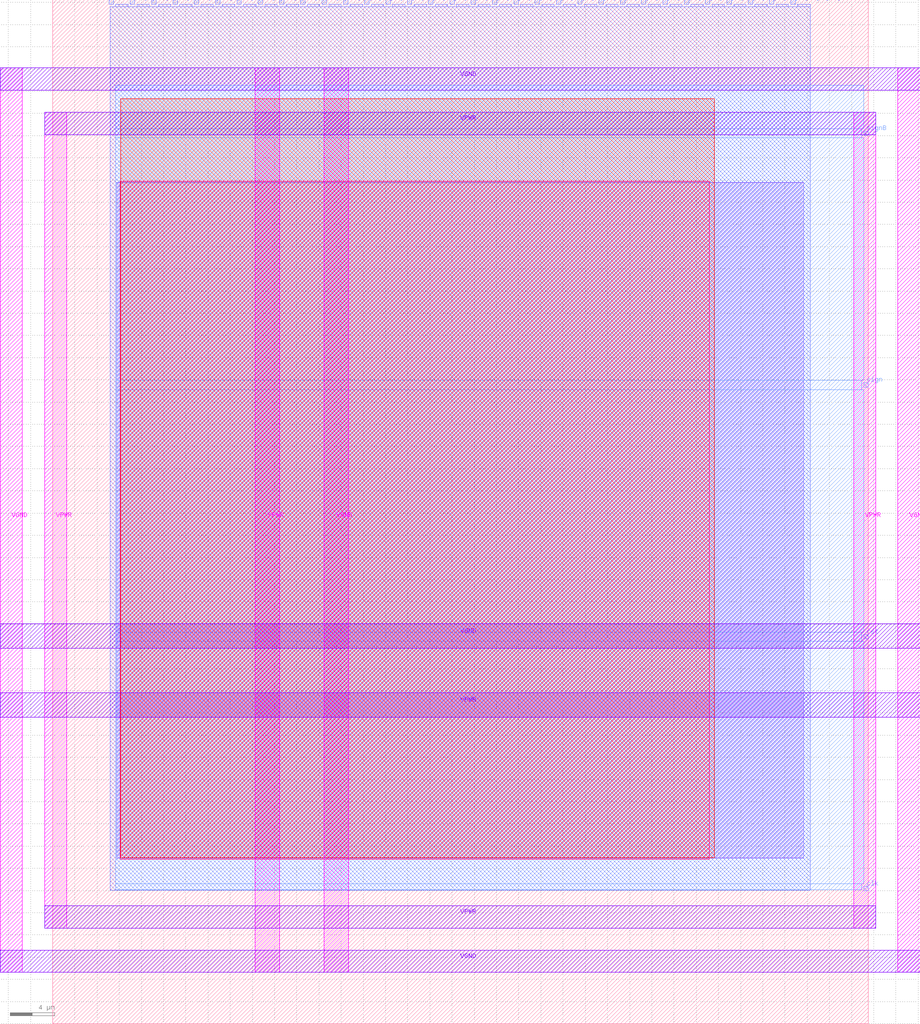
<source format=lef>
VERSION 5.7 ;
  NOWIREEXTENSIONATPIN ON ;
  DIVIDERCHAR "/" ;
  BUSBITCHARS "[]" ;
MACRO DigitalSine
  CLASS BLOCK ;
  FOREIGN DigitalSine ;
  ORIGIN 0.000 0.000 ;
  SIZE 73.510 BY 92.230 ;
  PIN VGND
    DIRECTION INOUT ;
    USE GROUND ;
    PORT
      LAYER TopMetal1 ;
        RECT -4.740 4.620 -2.740 86.100 ;
    END
    PORT
      LAYER TopMetal2 ;
        RECT -4.740 4.620 78.180 6.620 ;
    END
    PORT
      LAYER TopMetal2 ;
        RECT -4.740 84.100 78.180 86.100 ;
    END
    PORT
      LAYER TopMetal1 ;
        RECT 76.180 4.620 78.180 86.100 ;
    END
    PORT
      LAYER TopMetal1 ;
        RECT 24.460 4.620 26.660 86.100 ;
    END
    PORT
      LAYER TopMetal2 ;
        RECT -4.740 33.820 78.180 36.020 ;
    END
  END VGND
  PIN VPWR
    DIRECTION INOUT ;
    USE POWER ;
    PORT
      LAYER TopMetal1 ;
        RECT -0.740 8.620 1.260 82.100 ;
    END
    PORT
      LAYER TopMetal2 ;
        RECT -0.740 8.620 74.180 10.620 ;
    END
    PORT
      LAYER TopMetal2 ;
        RECT -0.740 80.100 74.180 82.100 ;
    END
    PORT
      LAYER TopMetal1 ;
        RECT 72.180 8.620 74.180 82.100 ;
    END
    PORT
      LAYER TopMetal1 ;
        RECT 18.260 4.620 20.460 86.100 ;
    END
    PORT
      LAYER TopMetal2 ;
        RECT -4.740 27.620 78.180 29.820 ;
    END
  END VPWR
  PIN clk
    DIRECTION INPUT ;
    USE SIGNAL ;
    ANTENNAGATEAREA 0.725400 ;
    PORT
      LAYER Metal3 ;
        RECT 73.110 11.980 73.510 12.380 ;
    END
  END clk
  PIN rst
    DIRECTION INPUT ;
    USE SIGNAL ;
    ANTENNAGATEAREA 0.180700 ;
    PORT
      LAYER Metal3 ;
        RECT 73.110 34.660 73.510 35.060 ;
    END
  END rst
  PIN sign
    DIRECTION OUTPUT ;
    USE SIGNAL ;
    ANTENNADIFFAREA 0.708600 ;
    PORT
      LAYER Metal3 ;
        RECT 73.110 57.340 73.510 57.740 ;
    END
  END sign
  PIN signB
    DIRECTION OUTPUT ;
    USE SIGNAL ;
    ANTENNADIFFAREA 0.708600 ;
    PORT
      LAYER Metal3 ;
        RECT 73.110 80.020 73.510 80.420 ;
    END
  END signB
  PIN sine_out[0]
    DIRECTION OUTPUT ;
    USE SIGNAL ;
    ANTENNADIFFAREA 0.708600 ;
    PORT
      LAYER Metal2 ;
        RECT 5.080 91.830 5.480 92.230 ;
    END
  END sine_out[0]
  PIN sine_out[10]
    DIRECTION OUTPUT ;
    USE SIGNAL ;
    ANTENNADIFFAREA 0.708600 ;
    PORT
      LAYER Metal2 ;
        RECT 24.280 91.830 24.680 92.230 ;
    END
  END sine_out[10]
  PIN sine_out[11]
    DIRECTION OUTPUT ;
    USE SIGNAL ;
    ANTENNADIFFAREA 0.708600 ;
    PORT
      LAYER Metal2 ;
        RECT 26.200 91.830 26.600 92.230 ;
    END
  END sine_out[11]
  PIN sine_out[12]
    DIRECTION OUTPUT ;
    USE SIGNAL ;
    ANTENNADIFFAREA 0.708600 ;
    PORT
      LAYER Metal2 ;
        RECT 28.120 91.830 28.520 92.230 ;
    END
  END sine_out[12]
  PIN sine_out[13]
    DIRECTION OUTPUT ;
    USE SIGNAL ;
    ANTENNADIFFAREA 0.708600 ;
    PORT
      LAYER Metal2 ;
        RECT 30.040 91.830 30.440 92.230 ;
    END
  END sine_out[13]
  PIN sine_out[14]
    DIRECTION OUTPUT ;
    USE SIGNAL ;
    ANTENNADIFFAREA 0.708600 ;
    PORT
      LAYER Metal2 ;
        RECT 31.960 91.830 32.360 92.230 ;
    END
  END sine_out[14]
  PIN sine_out[15]
    DIRECTION OUTPUT ;
    USE SIGNAL ;
    ANTENNADIFFAREA 0.708600 ;
    PORT
      LAYER Metal2 ;
        RECT 33.880 91.830 34.280 92.230 ;
    END
  END sine_out[15]
  PIN sine_out[16]
    DIRECTION OUTPUT ;
    USE SIGNAL ;
    ANTENNADIFFAREA 0.708600 ;
    PORT
      LAYER Metal2 ;
        RECT 35.800 91.830 36.200 92.230 ;
    END
  END sine_out[16]
  PIN sine_out[17]
    DIRECTION OUTPUT ;
    USE SIGNAL ;
    ANTENNADIFFAREA 0.708600 ;
    PORT
      LAYER Metal2 ;
        RECT 37.720 91.830 38.120 92.230 ;
    END
  END sine_out[17]
  PIN sine_out[18]
    DIRECTION OUTPUT ;
    USE SIGNAL ;
    ANTENNADIFFAREA 0.708600 ;
    PORT
      LAYER Metal2 ;
        RECT 39.640 91.830 40.040 92.230 ;
    END
  END sine_out[18]
  PIN sine_out[19]
    DIRECTION OUTPUT ;
    USE SIGNAL ;
    ANTENNADIFFAREA 0.708600 ;
    PORT
      LAYER Metal2 ;
        RECT 41.560 91.830 41.960 92.230 ;
    END
  END sine_out[19]
  PIN sine_out[1]
    DIRECTION OUTPUT ;
    USE SIGNAL ;
    ANTENNADIFFAREA 0.708600 ;
    PORT
      LAYER Metal2 ;
        RECT 7.000 91.830 7.400 92.230 ;
    END
  END sine_out[1]
  PIN sine_out[20]
    DIRECTION OUTPUT ;
    USE SIGNAL ;
    ANTENNADIFFAREA 0.708600 ;
    PORT
      LAYER Metal2 ;
        RECT 43.480 91.830 43.880 92.230 ;
    END
  END sine_out[20]
  PIN sine_out[21]
    DIRECTION OUTPUT ;
    USE SIGNAL ;
    ANTENNADIFFAREA 0.708600 ;
    PORT
      LAYER Metal2 ;
        RECT 45.400 91.830 45.800 92.230 ;
    END
  END sine_out[21]
  PIN sine_out[22]
    DIRECTION OUTPUT ;
    USE SIGNAL ;
    ANTENNADIFFAREA 0.708600 ;
    PORT
      LAYER Metal2 ;
        RECT 47.320 91.830 47.720 92.230 ;
    END
  END sine_out[22]
  PIN sine_out[23]
    DIRECTION OUTPUT ;
    USE SIGNAL ;
    ANTENNADIFFAREA 0.708600 ;
    PORT
      LAYER Metal2 ;
        RECT 49.240 91.830 49.640 92.230 ;
    END
  END sine_out[23]
  PIN sine_out[24]
    DIRECTION OUTPUT ;
    USE SIGNAL ;
    ANTENNADIFFAREA 0.708600 ;
    PORT
      LAYER Metal2 ;
        RECT 51.160 91.830 51.560 92.230 ;
    END
  END sine_out[24]
  PIN sine_out[25]
    DIRECTION OUTPUT ;
    USE SIGNAL ;
    ANTENNADIFFAREA 0.708600 ;
    PORT
      LAYER Metal2 ;
        RECT 53.080 91.830 53.480 92.230 ;
    END
  END sine_out[25]
  PIN sine_out[26]
    DIRECTION OUTPUT ;
    USE SIGNAL ;
    ANTENNADIFFAREA 0.708600 ;
    PORT
      LAYER Metal2 ;
        RECT 55.000 91.830 55.400 92.230 ;
    END
  END sine_out[26]
  PIN sine_out[27]
    DIRECTION OUTPUT ;
    USE SIGNAL ;
    ANTENNADIFFAREA 0.708600 ;
    PORT
      LAYER Metal2 ;
        RECT 56.920 91.830 57.320 92.230 ;
    END
  END sine_out[27]
  PIN sine_out[28]
    DIRECTION OUTPUT ;
    USE SIGNAL ;
    ANTENNADIFFAREA 0.708600 ;
    PORT
      LAYER Metal2 ;
        RECT 58.840 91.830 59.240 92.230 ;
    END
  END sine_out[28]
  PIN sine_out[29]
    DIRECTION OUTPUT ;
    USE SIGNAL ;
    ANTENNADIFFAREA 0.708600 ;
    PORT
      LAYER Metal2 ;
        RECT 60.760 91.830 61.160 92.230 ;
    END
  END sine_out[29]
  PIN sine_out[2]
    DIRECTION OUTPUT ;
    USE SIGNAL ;
    ANTENNADIFFAREA 0.708600 ;
    PORT
      LAYER Metal2 ;
        RECT 8.920 91.830 9.320 92.230 ;
    END
  END sine_out[2]
  PIN sine_out[30]
    DIRECTION OUTPUT ;
    USE SIGNAL ;
    ANTENNADIFFAREA 0.708600 ;
    PORT
      LAYER Metal2 ;
        RECT 62.680 91.830 63.080 92.230 ;
    END
  END sine_out[30]
  PIN sine_out[31]
    DIRECTION OUTPUT ;
    USE SIGNAL ;
    ANTENNADIFFAREA 0.708600 ;
    PORT
      LAYER Metal2 ;
        RECT 64.600 91.830 65.000 92.230 ;
    END
  END sine_out[31]
  PIN sine_out[32]
    DIRECTION OUTPUT ;
    USE SIGNAL ;
    ANTENNADIFFAREA 0.708600 ;
    PORT
      LAYER Metal2 ;
        RECT 66.520 91.830 66.920 92.230 ;
    END
  END sine_out[32]
  PIN sine_out[3]
    DIRECTION OUTPUT ;
    USE SIGNAL ;
    ANTENNADIFFAREA 0.708600 ;
    PORT
      LAYER Metal2 ;
        RECT 10.840 91.830 11.240 92.230 ;
    END
  END sine_out[3]
  PIN sine_out[4]
    DIRECTION OUTPUT ;
    USE SIGNAL ;
    ANTENNADIFFAREA 0.708600 ;
    PORT
      LAYER Metal2 ;
        RECT 12.760 91.830 13.160 92.230 ;
    END
  END sine_out[4]
  PIN sine_out[5]
    DIRECTION OUTPUT ;
    USE SIGNAL ;
    ANTENNADIFFAREA 0.708600 ;
    PORT
      LAYER Metal2 ;
        RECT 14.680 91.830 15.080 92.230 ;
    END
  END sine_out[5]
  PIN sine_out[6]
    DIRECTION OUTPUT ;
    USE SIGNAL ;
    ANTENNADIFFAREA 0.708600 ;
    PORT
      LAYER Metal2 ;
        RECT 16.600 91.830 17.000 92.230 ;
    END
  END sine_out[6]
  PIN sine_out[7]
    DIRECTION OUTPUT ;
    USE SIGNAL ;
    ANTENNADIFFAREA 0.708600 ;
    PORT
      LAYER Metal2 ;
        RECT 18.520 91.830 18.920 92.230 ;
    END
  END sine_out[7]
  PIN sine_out[8]
    DIRECTION OUTPUT ;
    USE SIGNAL ;
    ANTENNADIFFAREA 0.708600 ;
    PORT
      LAYER Metal2 ;
        RECT 20.440 91.830 20.840 92.230 ;
    END
  END sine_out[8]
  PIN sine_out[9]
    DIRECTION OUTPUT ;
    USE SIGNAL ;
    ANTENNADIFFAREA 0.708600 ;
    PORT
      LAYER Metal2 ;
        RECT 22.360 91.830 22.760 92.230 ;
    END
  END sine_out[9]
  OBS
      LAYER GatPoly ;
        RECT 5.760 14.970 67.680 75.750 ;
      LAYER Metal1 ;
        RECT 5.760 14.900 67.680 75.820 ;
      LAYER Metal2 ;
        RECT 5.690 91.620 6.790 91.830 ;
        RECT 7.610 91.620 8.710 91.830 ;
        RECT 9.530 91.620 10.630 91.830 ;
        RECT 11.450 91.620 12.550 91.830 ;
        RECT 13.370 91.620 14.470 91.830 ;
        RECT 15.290 91.620 16.390 91.830 ;
        RECT 17.210 91.620 18.310 91.830 ;
        RECT 19.130 91.620 20.230 91.830 ;
        RECT 21.050 91.620 22.150 91.830 ;
        RECT 22.970 91.620 24.070 91.830 ;
        RECT 24.890 91.620 25.990 91.830 ;
        RECT 26.810 91.620 27.910 91.830 ;
        RECT 28.730 91.620 29.830 91.830 ;
        RECT 30.650 91.620 31.750 91.830 ;
        RECT 32.570 91.620 33.670 91.830 ;
        RECT 34.490 91.620 35.590 91.830 ;
        RECT 36.410 91.620 37.510 91.830 ;
        RECT 38.330 91.620 39.430 91.830 ;
        RECT 40.250 91.620 41.350 91.830 ;
        RECT 42.170 91.620 43.270 91.830 ;
        RECT 44.090 91.620 45.190 91.830 ;
        RECT 46.010 91.620 47.110 91.830 ;
        RECT 47.930 91.620 49.030 91.830 ;
        RECT 49.850 91.620 50.950 91.830 ;
        RECT 51.770 91.620 52.870 91.830 ;
        RECT 53.690 91.620 54.790 91.830 ;
        RECT 55.610 91.620 56.710 91.830 ;
        RECT 57.530 91.620 58.630 91.830 ;
        RECT 59.450 91.620 60.550 91.830 ;
        RECT 61.370 91.620 62.470 91.830 ;
        RECT 63.290 91.620 64.390 91.830 ;
        RECT 65.210 91.620 66.310 91.830 ;
        RECT 67.130 91.620 68.265 91.830 ;
        RECT 5.180 12.035 68.265 91.620 ;
      LAYER Metal3 ;
        RECT 5.670 80.630 73.110 84.520 ;
        RECT 5.670 79.810 72.900 80.630 ;
        RECT 5.670 57.950 73.110 79.810 ;
        RECT 5.670 57.130 72.900 57.950 ;
        RECT 5.670 35.270 73.110 57.130 ;
        RECT 5.670 34.450 72.900 35.270 ;
        RECT 5.670 12.590 73.110 34.450 ;
        RECT 5.670 12.080 72.900 12.590 ;
      LAYER Metal4 ;
        RECT 6.135 14.975 59.620 83.305 ;
      LAYER Metal5 ;
        RECT 6.095 14.810 59.185 75.910 ;
  END
END DigitalSine
END LIBRARY


</source>
